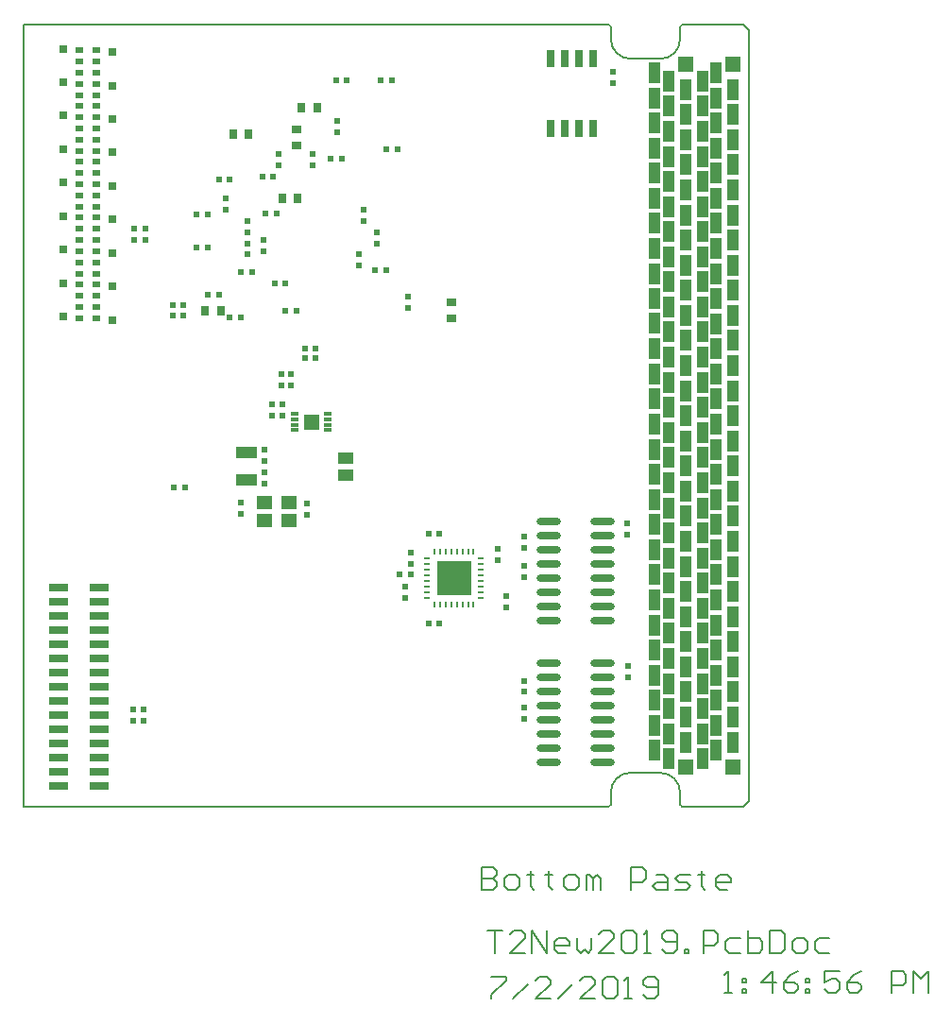
<source format=gbp>
G04*
G04 #@! TF.GenerationSoftware,Altium Limited,Altium Designer,18.1.11 (251)*
G04*
G04 Layer_Color=128*
%FSLAX44Y44*%
%MOMM*%
G71*
G01*
G75*
%ADD15C,0.1270*%
%ADD16C,0.1524*%
%ADD20R,0.6000X0.6000*%
%ADD21R,0.8000X1.5000*%
%ADD22O,2.2000X0.6000*%
%ADD23R,0.6000X0.6000*%
%ADD24R,0.6000X0.5000*%
%ADD29R,0.5000X0.6000*%
%ADD30R,0.8000X0.9000*%
%ADD38R,1.4000X1.1000*%
%ADD147R,0.2500X0.6000*%
%ADD148R,0.6000X0.2500*%
%ADD149R,3.1000X3.1000*%
%ADD150R,1.6764X0.7366*%
%ADD151R,0.7000X0.5000*%
%ADD152R,0.6500X0.8000*%
%ADD153R,1.4000X1.2000*%
%ADD154R,1.9000X1.1000*%
%ADD155R,0.9000X0.8000*%
%ADD156R,0.7500X0.3000*%
%ADD157R,1.3600X1.4600*%
%ADD207R,1.4500X1.4000*%
%ADD208R,1.0000X1.9500*%
%ADD209R,1.0000X1.9500*%
%ADD210R,1.0000X1.9500*%
%ADD211R,1.0000X1.9500*%
D15*
X200000Y200000D02*
X724500D01*
D16*
X611000Y145994D02*
Y126000D01*
X620997D01*
X624329Y129332D01*
Y132664D01*
X620997Y135997D01*
X611000D01*
X620997D01*
X624329Y139329D01*
Y142661D01*
X620997Y145994D01*
X611000D01*
X634326Y126000D02*
X640990D01*
X644323Y129332D01*
Y135997D01*
X640990Y139329D01*
X634326D01*
X630994Y135997D01*
Y129332D01*
X634326Y126000D01*
X654319Y142661D02*
Y139329D01*
X650987D01*
X657652D01*
X654319D01*
Y129332D01*
X657652Y126000D01*
X670981Y142661D02*
Y139329D01*
X667648D01*
X674313D01*
X670981D01*
Y129332D01*
X674313Y126000D01*
X687642D02*
X694306D01*
X697639Y129332D01*
Y135997D01*
X694306Y139329D01*
X687642D01*
X684310Y135997D01*
Y129332D01*
X687642Y126000D01*
X704303D02*
Y139329D01*
X707635D01*
X710968Y135997D01*
Y126000D01*
Y135997D01*
X714300Y139329D01*
X717632Y135997D01*
Y126000D01*
X744290D02*
Y145994D01*
X754287D01*
X757619Y142661D01*
Y135997D01*
X754287Y132664D01*
X744290D01*
X767616Y139329D02*
X774281D01*
X777613Y135997D01*
Y126000D01*
X767616D01*
X764284Y129332D01*
X767616Y132664D01*
X777613D01*
X784277Y126000D02*
X794274D01*
X797607Y129332D01*
X794274Y132664D01*
X787610D01*
X784277Y135997D01*
X787610Y139329D01*
X797607D01*
X807603Y142661D02*
Y139329D01*
X804271D01*
X810936D01*
X807603D01*
Y129332D01*
X810936Y126000D01*
X830929D02*
X824265D01*
X820932Y129332D01*
Y135997D01*
X824265Y139329D01*
X830929D01*
X834261Y135997D01*
Y132664D01*
X820932D01*
X790500Y901000D02*
G03*
X788500Y899000I0J-2000D01*
G01*
X726500D02*
G03*
X724500Y901000I-2000J0D01*
G01*
X726500Y888000D02*
G03*
X744000Y870500I17500J0D01*
G01*
X771000D02*
G03*
X788500Y888000I0J17500D01*
G01*
Y213000D02*
G03*
X771000Y230500I-17500J0D01*
G01*
X744000D02*
G03*
X726500Y213000I0J-17500D01*
G01*
X724500Y200000D02*
G03*
X726500Y202000I0J2000D01*
G01*
X788500D02*
G03*
X790500Y200000I2000J0D01*
G01*
X200000Y901000D02*
X724500D01*
X790500D02*
X845000D01*
X726500Y888000D02*
Y899000D01*
X788500Y888000D02*
Y899000D01*
X744000Y870500D02*
X771000D01*
X744000Y230500D02*
X771000D01*
X788500Y202000D02*
Y213000D01*
X726500Y202000D02*
Y213000D01*
X845000Y901000D02*
X850000Y896000D01*
Y205000D02*
Y896000D01*
X845000Y200000D02*
X850000Y205000D01*
X790500Y200000D02*
X845000D01*
X200000D02*
Y901000D01*
X616000Y88994D02*
X629329D01*
X622664D01*
Y69000D01*
X649323D02*
X635994D01*
X649323Y82329D01*
Y85661D01*
X645990Y88994D01*
X639326D01*
X635994Y85661D01*
X655987Y69000D02*
Y88994D01*
X669316Y69000D01*
Y88994D01*
X685977Y69000D02*
X679313D01*
X675981Y72332D01*
Y78997D01*
X679313Y82329D01*
X685977D01*
X689310Y78997D01*
Y75665D01*
X675981D01*
X695974Y82329D02*
Y72332D01*
X699306Y69000D01*
X702639Y72332D01*
X705971Y69000D01*
X709303Y72332D01*
Y82329D01*
X729297Y69000D02*
X715968D01*
X729297Y82329D01*
Y85661D01*
X725965Y88994D01*
X719300D01*
X715968Y85661D01*
X735961D02*
X739294Y88994D01*
X745958D01*
X749290Y85661D01*
Y72332D01*
X745958Y69000D01*
X739294D01*
X735961Y72332D01*
Y85661D01*
X755955Y69000D02*
X762619D01*
X759287D01*
Y88994D01*
X755955Y85661D01*
X772616Y72332D02*
X775948Y69000D01*
X782613D01*
X785945Y72332D01*
Y85661D01*
X782613Y88994D01*
X775948D01*
X772616Y85661D01*
Y82329D01*
X775948Y78997D01*
X785945D01*
X792610Y69000D02*
Y72332D01*
X795942D01*
Y69000D01*
X792610D01*
X809271D02*
Y88994D01*
X819268D01*
X822600Y85661D01*
Y78997D01*
X819268Y75665D01*
X809271D01*
X842594Y82329D02*
X832597D01*
X829265Y78997D01*
Y72332D01*
X832597Y69000D01*
X842594D01*
X849258Y88994D02*
Y69000D01*
X859255D01*
X862587Y72332D01*
Y75665D01*
Y78997D01*
X859255Y82329D01*
X849258D01*
X869252Y88994D02*
Y69000D01*
X879249D01*
X882581Y72332D01*
Y85661D01*
X879249Y88994D01*
X869252D01*
X892578Y69000D02*
X899242D01*
X902574Y72332D01*
Y78997D01*
X899242Y82329D01*
X892578D01*
X889245Y78997D01*
Y72332D01*
X892578Y69000D01*
X922568Y82329D02*
X912571D01*
X909239Y78997D01*
Y72332D01*
X912571Y69000D01*
X922568D01*
X619000Y47994D02*
X632329D01*
Y44661D01*
X619000Y31332D01*
Y28000D01*
X638994D02*
X652323Y41329D01*
X672316Y28000D02*
X658987D01*
X672316Y41329D01*
Y44661D01*
X668984Y47994D01*
X662319D01*
X658987Y44661D01*
X678981Y28000D02*
X692310Y41329D01*
X712303Y28000D02*
X698974D01*
X712303Y41329D01*
Y44661D01*
X708971Y47994D01*
X702307D01*
X698974Y44661D01*
X718968D02*
X722300Y47994D01*
X728965D01*
X732297Y44661D01*
Y31332D01*
X728965Y28000D01*
X722300D01*
X718968Y31332D01*
Y44661D01*
X738961Y28000D02*
X745626D01*
X742294D01*
Y47994D01*
X738961Y44661D01*
X755623Y31332D02*
X758955Y28000D01*
X765619D01*
X768952Y31332D01*
Y44661D01*
X765619Y47994D01*
X758955D01*
X755623Y44661D01*
Y41329D01*
X758955Y37997D01*
X768952D01*
X828000Y33000D02*
X834665D01*
X831332D01*
Y52994D01*
X828000Y49661D01*
X844661Y46329D02*
X847993D01*
Y42997D01*
X844661D01*
Y46329D01*
Y36332D02*
X847993D01*
Y33000D01*
X844661D01*
Y36332D01*
X871319Y33000D02*
Y52994D01*
X861323Y42997D01*
X874652D01*
X894645Y52994D02*
X887981Y49661D01*
X881316Y42997D01*
Y36332D01*
X884648Y33000D01*
X891313D01*
X894645Y36332D01*
Y39664D01*
X891313Y42997D01*
X881316D01*
X901310Y46329D02*
X904642D01*
Y42997D01*
X901310D01*
Y46329D01*
Y36332D02*
X904642D01*
Y33000D01*
X901310D01*
Y36332D01*
X931300Y52994D02*
X917971D01*
Y42997D01*
X924635Y46329D01*
X927968D01*
X931300Y42997D01*
Y36332D01*
X927968Y33000D01*
X921303D01*
X917971Y36332D01*
X951294Y52994D02*
X944629Y49661D01*
X937964Y42997D01*
Y36332D01*
X941297Y33000D01*
X947961D01*
X951294Y36332D01*
Y39664D01*
X947961Y42997D01*
X937964D01*
X977952Y33000D02*
Y52994D01*
X987948D01*
X991281Y49661D01*
Y42997D01*
X987948Y39664D01*
X977952D01*
X997945Y33000D02*
Y52994D01*
X1004610Y46329D01*
X1011274Y52994D01*
Y33000D01*
D20*
X445000Y645000D02*
D03*
X435000D02*
D03*
X308000Y287000D02*
D03*
X298000D02*
D03*
X308000Y277000D02*
D03*
X298000D02*
D03*
X345000Y486000D02*
D03*
X335000D02*
D03*
X537000Y408000D02*
D03*
X547000D02*
D03*
D21*
X672338Y870966D02*
D03*
X685038D02*
D03*
X697738D02*
D03*
X710438D02*
D03*
X672338Y807966D02*
D03*
X685038D02*
D03*
X697738D02*
D03*
X710438D02*
D03*
D22*
X719000Y455450D02*
D03*
Y442750D02*
D03*
Y430050D02*
D03*
Y417350D02*
D03*
Y404650D02*
D03*
Y391950D02*
D03*
Y379250D02*
D03*
Y366550D02*
D03*
X671000Y455450D02*
D03*
Y442750D02*
D03*
Y430050D02*
D03*
Y417350D02*
D03*
Y404650D02*
D03*
Y391950D02*
D03*
Y379250D02*
D03*
Y366550D02*
D03*
X719000Y328450D02*
D03*
Y315750D02*
D03*
Y303050D02*
D03*
Y290350D02*
D03*
Y277650D02*
D03*
Y264950D02*
D03*
Y252250D02*
D03*
Y239550D02*
D03*
X671000Y328450D02*
D03*
Y315750D02*
D03*
Y303050D02*
D03*
Y290350D02*
D03*
Y277650D02*
D03*
Y264950D02*
D03*
Y252250D02*
D03*
Y239550D02*
D03*
D23*
X633000Y389000D02*
D03*
Y379000D02*
D03*
X542000Y397000D02*
D03*
Y387000D02*
D03*
X415000Y698000D02*
D03*
Y708000D02*
D03*
X741000Y454000D02*
D03*
Y444000D02*
D03*
X649000Y303000D02*
D03*
Y313000D02*
D03*
Y442000D02*
D03*
Y432000D02*
D03*
X742000Y316000D02*
D03*
Y326000D02*
D03*
X545000Y657000D02*
D03*
Y647000D02*
D03*
D24*
X475000Y781000D02*
D03*
X485000D02*
D03*
X452000Y611000D02*
D03*
X462000D02*
D03*
X452000Y602000D02*
D03*
X462000D02*
D03*
X309000Y708000D02*
D03*
X299000D02*
D03*
X309000Y718000D02*
D03*
X299000D02*
D03*
X385000Y762000D02*
D03*
X375000D02*
D03*
X365000Y731000D02*
D03*
X355000D02*
D03*
X355000Y701000D02*
D03*
X365000D02*
D03*
X405000Y679000D02*
D03*
X395000D02*
D03*
X365000Y659000D02*
D03*
X375000D02*
D03*
X525000Y789000D02*
D03*
X535000D02*
D03*
X435000Y669000D02*
D03*
X425000D02*
D03*
X385000Y639000D02*
D03*
X395000D02*
D03*
X515000Y681000D02*
D03*
X525000D02*
D03*
X414000Y765000D02*
D03*
X424000D02*
D03*
X573000Y445000D02*
D03*
X563000D02*
D03*
X573000Y364000D02*
D03*
X563000D02*
D03*
X427000Y732000D02*
D03*
X417000D02*
D03*
X480000Y851000D02*
D03*
X490000D02*
D03*
X520000D02*
D03*
X530000D02*
D03*
D29*
X728472Y848440D02*
D03*
Y858440D02*
D03*
X432000Y561000D02*
D03*
Y551000D02*
D03*
X423000Y561000D02*
D03*
Y551000D02*
D03*
X416000Y500000D02*
D03*
Y490000D02*
D03*
X416000Y510000D02*
D03*
Y520000D02*
D03*
X431000Y578000D02*
D03*
Y588000D02*
D03*
X440000Y578000D02*
D03*
Y588000D02*
D03*
X453898Y472106D02*
D03*
Y462106D02*
D03*
X394970Y462360D02*
D03*
Y472360D02*
D03*
X334000Y650000D02*
D03*
Y640000D02*
D03*
X343000Y650000D02*
D03*
Y640000D02*
D03*
X649000Y279000D02*
D03*
Y289000D02*
D03*
Y406000D02*
D03*
Y416000D02*
D03*
X381000Y735000D02*
D03*
Y745000D02*
D03*
X401000Y705000D02*
D03*
Y695000D02*
D03*
X401000Y715000D02*
D03*
Y725000D02*
D03*
X429000Y785000D02*
D03*
Y775000D02*
D03*
X501000Y695000D02*
D03*
Y685000D02*
D03*
X459000Y785000D02*
D03*
Y775000D02*
D03*
X517000Y715000D02*
D03*
Y705000D02*
D03*
X505000Y725000D02*
D03*
Y735000D02*
D03*
X481000Y815000D02*
D03*
Y805000D02*
D03*
X547000Y418000D02*
D03*
Y428000D02*
D03*
X625000Y421000D02*
D03*
Y431000D02*
D03*
D30*
X432000Y745000D02*
D03*
X446000D02*
D03*
X402000Y803000D02*
D03*
X388000D02*
D03*
X463000Y827000D02*
D03*
X449000D02*
D03*
X377000Y645000D02*
D03*
X363000D02*
D03*
D38*
X489000Y512500D02*
D03*
Y497500D02*
D03*
D147*
X568500Y429000D02*
D03*
X573500D02*
D03*
X578500D02*
D03*
X583500D02*
D03*
X588500D02*
D03*
X593500D02*
D03*
X598500D02*
D03*
X603500D02*
D03*
Y381000D02*
D03*
X598500D02*
D03*
X593500D02*
D03*
X588500D02*
D03*
X583500D02*
D03*
X578500D02*
D03*
X573500D02*
D03*
X568500D02*
D03*
D148*
X610000Y422500D02*
D03*
Y417500D02*
D03*
Y412500D02*
D03*
Y407500D02*
D03*
Y402500D02*
D03*
Y397500D02*
D03*
Y392500D02*
D03*
Y387500D02*
D03*
X562000D02*
D03*
Y392500D02*
D03*
Y397500D02*
D03*
Y402500D02*
D03*
Y407500D02*
D03*
Y412500D02*
D03*
Y417500D02*
D03*
Y422500D02*
D03*
D149*
X586000Y405000D02*
D03*
D150*
X231265Y307900D02*
D03*
Y384100D02*
D03*
X268095D02*
D03*
X231265Y371400D02*
D03*
X268095D02*
D03*
X231265Y358700D02*
D03*
X268095D02*
D03*
X231265Y346000D02*
D03*
X268095D02*
D03*
X231265Y333300D02*
D03*
X268095D02*
D03*
X231265Y320600D02*
D03*
X268095D02*
D03*
Y307900D02*
D03*
X231265Y219000D02*
D03*
Y295200D02*
D03*
X268095D02*
D03*
X231265Y282500D02*
D03*
X268095D02*
D03*
X231265Y269800D02*
D03*
X268095D02*
D03*
X231265Y257100D02*
D03*
X268095D02*
D03*
X231265Y244400D02*
D03*
X268095D02*
D03*
X231265Y231700D02*
D03*
X268095D02*
D03*
Y219000D02*
D03*
Y396800D02*
D03*
X231265D02*
D03*
D151*
X265000Y638000D02*
D03*
X250000D02*
D03*
X265000Y648000D02*
D03*
X250000D02*
D03*
X265000Y658000D02*
D03*
X250000D02*
D03*
X265000Y668000D02*
D03*
X250000D02*
D03*
X265000Y678000D02*
D03*
X250000D02*
D03*
X265000Y688000D02*
D03*
X250000D02*
D03*
X265000Y698000D02*
D03*
X250000D02*
D03*
X265000Y708000D02*
D03*
X250000D02*
D03*
X265000Y718000D02*
D03*
X250000D02*
D03*
X265000Y728000D02*
D03*
X250000D02*
D03*
X265000Y738000D02*
D03*
X250000D02*
D03*
X265000Y748000D02*
D03*
X250000D02*
D03*
X265000Y758000D02*
D03*
X250000D02*
D03*
X265000Y768000D02*
D03*
X250000D02*
D03*
X265000Y778000D02*
D03*
X250000D02*
D03*
X265000Y788000D02*
D03*
X250000D02*
D03*
X265000Y798000D02*
D03*
X250000D02*
D03*
X265000Y808000D02*
D03*
X250000D02*
D03*
X265000Y818000D02*
D03*
X250000D02*
D03*
X265000Y828000D02*
D03*
X250000D02*
D03*
X265000Y838000D02*
D03*
X250000D02*
D03*
X265000Y848000D02*
D03*
X250000D02*
D03*
X265000Y858000D02*
D03*
X250000D02*
D03*
X265000Y868000D02*
D03*
X250000D02*
D03*
X265000Y878000D02*
D03*
X250000D02*
D03*
D152*
X279755Y696500D02*
D03*
Y726500D02*
D03*
Y756500D02*
D03*
Y786500D02*
D03*
Y816500D02*
D03*
Y846500D02*
D03*
Y876500D02*
D03*
Y666500D02*
D03*
Y636500D02*
D03*
X235250Y699500D02*
D03*
Y729500D02*
D03*
Y759500D02*
D03*
Y789500D02*
D03*
Y819500D02*
D03*
Y849500D02*
D03*
Y879500D02*
D03*
Y669500D02*
D03*
Y639500D02*
D03*
D153*
X416000Y473000D02*
D03*
X438000D02*
D03*
Y457000D02*
D03*
X416000D02*
D03*
D154*
X400000Y493000D02*
D03*
Y518000D02*
D03*
D155*
X584000Y652000D02*
D03*
Y638000D02*
D03*
X445000Y793000D02*
D03*
Y807000D02*
D03*
D156*
X473000Y552500D02*
D03*
Y547500D02*
D03*
Y542500D02*
D03*
Y537500D02*
D03*
X443000D02*
D03*
Y542500D02*
D03*
Y547500D02*
D03*
Y552500D02*
D03*
D157*
X458000Y545000D02*
D03*
D207*
X793750Y865500D02*
D03*
X836250Y865500D02*
D03*
X836250Y235500D02*
D03*
X793750Y235500D02*
D03*
D208*
X821000Y633000D02*
D03*
Y858000D02*
D03*
Y813000D02*
D03*
Y745500D02*
D03*
Y700500D02*
D03*
Y588000D02*
D03*
Y565500D02*
D03*
Y520500D02*
D03*
Y475500D02*
D03*
Y453000D02*
D03*
Y408000D02*
D03*
Y340500D02*
D03*
Y295500D02*
D03*
Y273000D02*
D03*
X808500Y850500D02*
D03*
Y805500D02*
D03*
Y738000D02*
D03*
Y693000D02*
D03*
Y580500D02*
D03*
Y558000D02*
D03*
Y513000D02*
D03*
Y468000D02*
D03*
Y445500D02*
D03*
Y400500D02*
D03*
Y333000D02*
D03*
Y288000D02*
D03*
Y265500D02*
D03*
D209*
X836000Y640500D02*
D03*
Y820500D02*
D03*
Y753000D02*
D03*
Y708000D02*
D03*
Y595500D02*
D03*
Y573000D02*
D03*
Y528000D02*
D03*
Y483000D02*
D03*
Y460500D02*
D03*
Y415500D02*
D03*
Y348000D02*
D03*
Y303000D02*
D03*
Y280500D02*
D03*
X766000Y858000D02*
D03*
Y813000D02*
D03*
Y745500D02*
D03*
Y700500D02*
D03*
Y588000D02*
D03*
Y565500D02*
D03*
Y520500D02*
D03*
Y475500D02*
D03*
Y453000D02*
D03*
Y408000D02*
D03*
Y340500D02*
D03*
Y295500D02*
D03*
Y273000D02*
D03*
X778500Y850500D02*
D03*
Y805500D02*
D03*
Y738000D02*
D03*
Y693000D02*
D03*
Y580500D02*
D03*
Y558000D02*
D03*
Y513000D02*
D03*
Y468000D02*
D03*
Y445500D02*
D03*
Y400500D02*
D03*
Y333000D02*
D03*
Y288000D02*
D03*
Y265500D02*
D03*
X793500Y280500D02*
D03*
Y303000D02*
D03*
Y348000D02*
D03*
Y415500D02*
D03*
Y460500D02*
D03*
Y483000D02*
D03*
Y528000D02*
D03*
Y573000D02*
D03*
Y595500D02*
D03*
Y708000D02*
D03*
Y753000D02*
D03*
Y820500D02*
D03*
D210*
X836000Y843000D02*
D03*
Y798000D02*
D03*
Y775500D02*
D03*
Y730500D02*
D03*
Y685500D02*
D03*
Y663000D02*
D03*
Y618000D02*
D03*
Y550500D02*
D03*
Y505500D02*
D03*
Y438000D02*
D03*
Y393000D02*
D03*
Y370500D02*
D03*
Y325500D02*
D03*
Y258000D02*
D03*
X793500Y640750D02*
D03*
X766000Y835500D02*
D03*
Y790500D02*
D03*
Y768000D02*
D03*
Y723000D02*
D03*
Y678000D02*
D03*
Y655500D02*
D03*
Y610500D02*
D03*
Y543000D02*
D03*
Y498000D02*
D03*
Y430500D02*
D03*
Y385500D02*
D03*
Y363000D02*
D03*
Y318000D02*
D03*
Y250500D02*
D03*
X778500Y828000D02*
D03*
Y783000D02*
D03*
Y760500D02*
D03*
Y715500D02*
D03*
Y670500D02*
D03*
Y648000D02*
D03*
Y603000D02*
D03*
Y535500D02*
D03*
Y490500D02*
D03*
Y423000D02*
D03*
Y378000D02*
D03*
Y355500D02*
D03*
Y310500D02*
D03*
X778500Y243000D02*
D03*
X793500Y258000D02*
D03*
Y325500D02*
D03*
Y370500D02*
D03*
Y393000D02*
D03*
Y438000D02*
D03*
Y505500D02*
D03*
Y550500D02*
D03*
Y618000D02*
D03*
Y663000D02*
D03*
Y685500D02*
D03*
Y730500D02*
D03*
Y775500D02*
D03*
Y798000D02*
D03*
Y843000D02*
D03*
D211*
X821000Y835500D02*
D03*
Y790500D02*
D03*
Y768000D02*
D03*
Y723000D02*
D03*
Y678000D02*
D03*
Y655500D02*
D03*
Y610500D02*
D03*
Y543000D02*
D03*
Y498000D02*
D03*
Y430500D02*
D03*
Y385500D02*
D03*
Y363000D02*
D03*
Y318000D02*
D03*
Y250500D02*
D03*
X808500Y625750D02*
D03*
Y828000D02*
D03*
Y783000D02*
D03*
Y760500D02*
D03*
Y715500D02*
D03*
Y670500D02*
D03*
Y648000D02*
D03*
Y603000D02*
D03*
Y535500D02*
D03*
Y490500D02*
D03*
Y423000D02*
D03*
Y378000D02*
D03*
Y355500D02*
D03*
Y310500D02*
D03*
X808500Y243000D02*
D03*
X766000Y633250D02*
D03*
X778500Y625750D02*
D03*
M02*

</source>
